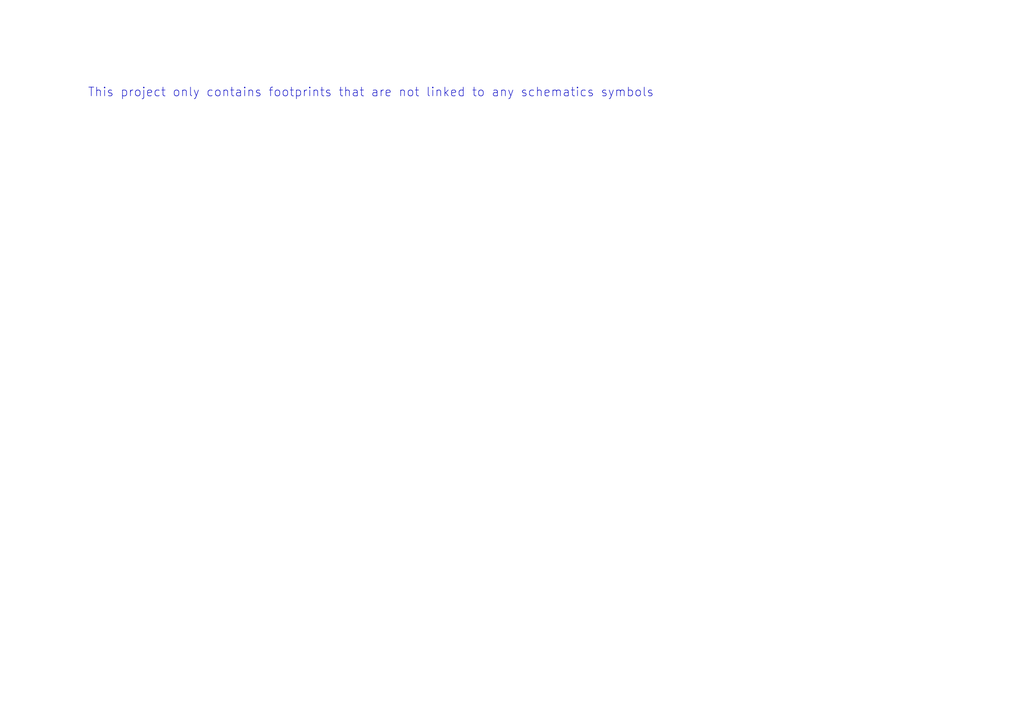
<source format=kicad_sch>
(kicad_sch
	(version 20250114)
	(generator "eeschema")
	(generator_version "9.0")
	(uuid "e63e39d7-6ac0-4ffd-8aa3-1841a4541b55")
	(paper "A4")
	(title_block
		(title "PCB only")
		(date "2026-01-29")
		(rev "1")
		(comment 1 "-")
		(comment 2 "-")
	)
	(lib_symbols)
	(text "This project only contains footprints that are not linked to any schematics symbols"
		(exclude_from_sim no)
		(at 25.4 25.4 0)
		(effects
			(font
				(size 2.54 2.54)
			)
			(justify left top)
		)
		(uuid "2cb67ecf-8084-4ed5-bc68-898bcbacd120")
	)
	(sheet_instances
		(path "/"
			(page "1")
		)
	)
	(embedded_fonts no)
)

</source>
